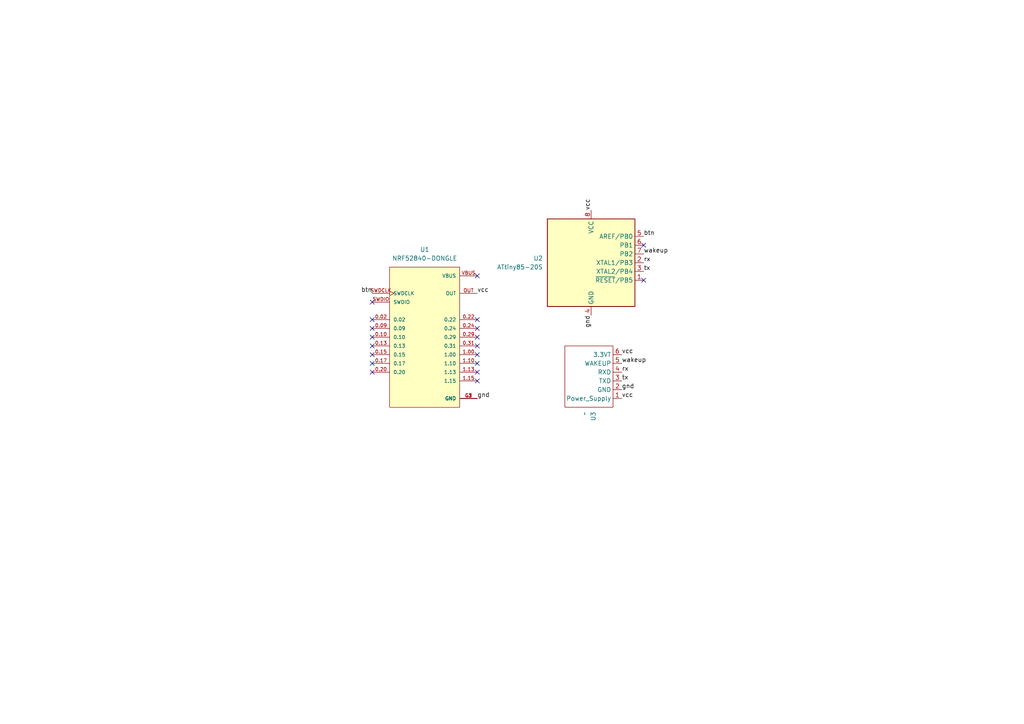
<source format=kicad_sch>
(kicad_sch
	(version 20250114)
	(generator "eeschema")
	(generator_version "9.0")
	(uuid "c6db3f86-a97c-45d4-9888-4874518e0c7d")
	(paper "A4")
	(lib_symbols
		(symbol "MCU_Microchip_ATtiny:ATtiny85-20S"
			(exclude_from_sim no)
			(in_bom yes)
			(on_board yes)
			(property "Reference" "U"
				(at -12.7 13.97 0)
				(effects
					(font
						(size 1.27 1.27)
					)
					(justify left bottom)
				)
			)
			(property "Value" "ATtiny85-20S"
				(at 2.54 -13.97 0)
				(effects
					(font
						(size 1.27 1.27)
					)
					(justify left top)
				)
			)
			(property "Footprint" "Package_SO:SOIC-8_5.3x5.3mm_P1.27mm"
				(at 0 0 0)
				(effects
					(font
						(size 1.27 1.27)
						(italic yes)
					)
					(hide yes)
				)
			)
			(property "Datasheet" "http://ww1.microchip.com/downloads/en/DeviceDoc/atmel-2586-avr-8-bit-microcontroller-attiny25-attiny45-attiny85_datasheet.pdf"
				(at 0 0 0)
				(effects
					(font
						(size 1.27 1.27)
					)
					(hide yes)
				)
			)
			(property "Description" "20MHz, 8kB Flash, 512B SRAM, 512B EEPROM, debugWIRE, SOIC-8"
				(at 0 0 0)
				(effects
					(font
						(size 1.27 1.27)
					)
					(hide yes)
				)
			)
			(property "ki_keywords" "AVR 8bit Microcontroller tinyAVR"
				(at 0 0 0)
				(effects
					(font
						(size 1.27 1.27)
					)
					(hide yes)
				)
			)
			(property "ki_fp_filters" "*SOIC*5.3x5.3mm*P1.27mm*"
				(at 0 0 0)
				(effects
					(font
						(size 1.27 1.27)
					)
					(hide yes)
				)
			)
			(symbol "ATtiny85-20S_0_1"
				(rectangle
					(start -12.7 -12.7)
					(end 12.7 12.7)
					(stroke
						(width 0.254)
						(type default)
					)
					(fill
						(type background)
					)
				)
			)
			(symbol "ATtiny85-20S_1_1"
				(pin power_in line
					(at 0 15.24 270)
					(length 2.54)
					(name "VCC"
						(effects
							(font
								(size 1.27 1.27)
							)
						)
					)
					(number "8"
						(effects
							(font
								(size 1.27 1.27)
							)
						)
					)
				)
				(pin power_in line
					(at 0 -15.24 90)
					(length 2.54)
					(name "GND"
						(effects
							(font
								(size 1.27 1.27)
							)
						)
					)
					(number "4"
						(effects
							(font
								(size 1.27 1.27)
							)
						)
					)
				)
				(pin bidirectional line
					(at 15.24 7.62 180)
					(length 2.54)
					(name "AREF/PB0"
						(effects
							(font
								(size 1.27 1.27)
							)
						)
					)
					(number "5"
						(effects
							(font
								(size 1.27 1.27)
							)
						)
					)
				)
				(pin bidirectional line
					(at 15.24 5.08 180)
					(length 2.54)
					(name "PB1"
						(effects
							(font
								(size 1.27 1.27)
							)
						)
					)
					(number "6"
						(effects
							(font
								(size 1.27 1.27)
							)
						)
					)
				)
				(pin bidirectional line
					(at 15.24 2.54 180)
					(length 2.54)
					(name "PB2"
						(effects
							(font
								(size 1.27 1.27)
							)
						)
					)
					(number "7"
						(effects
							(font
								(size 1.27 1.27)
							)
						)
					)
				)
				(pin bidirectional line
					(at 15.24 0 180)
					(length 2.54)
					(name "XTAL1/PB3"
						(effects
							(font
								(size 1.27 1.27)
							)
						)
					)
					(number "2"
						(effects
							(font
								(size 1.27 1.27)
							)
						)
					)
				)
				(pin bidirectional line
					(at 15.24 -2.54 180)
					(length 2.54)
					(name "XTAL2/PB4"
						(effects
							(font
								(size 1.27 1.27)
							)
						)
					)
					(number "3"
						(effects
							(font
								(size 1.27 1.27)
							)
						)
					)
				)
				(pin bidirectional line
					(at 15.24 -5.08 180)
					(length 2.54)
					(name "~{RESET}/PB5"
						(effects
							(font
								(size 1.27 1.27)
							)
						)
					)
					(number "1"
						(effects
							(font
								(size 1.27 1.27)
							)
						)
					)
				)
			)
			(embedded_fonts no)
		)
		(symbol "NRF52840-DONGLE:NRF52840-DONGLE"
			(pin_names
				(offset 1.016)
			)
			(exclude_from_sim no)
			(in_bom yes)
			(on_board yes)
			(property "Reference" "U"
				(at -10.16 21.082 0)
				(effects
					(font
						(size 1.27 1.27)
					)
					(justify left bottom)
				)
			)
			(property "Value" "NRF52840-DONGLE"
				(at -10.16 -22.86 0)
				(effects
					(font
						(size 1.27 1.27)
					)
					(justify left bottom)
				)
			)
			(property "Footprint" "NRF52840-DONGLE:MODULE_NRF52840-DONGLE"
				(at 0 0 0)
				(effects
					(font
						(size 1.27 1.27)
					)
					(justify bottom)
					(hide yes)
				)
			)
			(property "Datasheet" ""
				(at 0 0 0)
				(effects
					(font
						(size 1.27 1.27)
					)
					(hide yes)
				)
			)
			(property "Description" ""
				(at 0 0 0)
				(effects
					(font
						(size 1.27 1.27)
					)
					(hide yes)
				)
			)
			(property "MF" "Nordic Semiconductor"
				(at 0 0 0)
				(effects
					(font
						(size 1.27 1.27)
					)
					(justify bottom)
					(hide yes)
				)
			)
			(property "MAXIMUM_PACKAGE_HEIGHT" "N/A"
				(at 0 0 0)
				(effects
					(font
						(size 1.27 1.27)
					)
					(justify bottom)
					(hide yes)
				)
			)
			(property "Package" "None"
				(at 0 0 0)
				(effects
					(font
						(size 1.27 1.27)
					)
					(justify bottom)
					(hide yes)
				)
			)
			(property "Price" "None"
				(at 0 0 0)
				(effects
					(font
						(size 1.27 1.27)
					)
					(justify bottom)
					(hide yes)
				)
			)
			(property "Check_prices" "https://www.snapeda.com/parts/NRF52840-DONGLE/Nordic+Power/view-part/?ref=eda"
				(at 0 0 0)
				(effects
					(font
						(size 1.27 1.27)
					)
					(justify bottom)
					(hide yes)
				)
			)
			(property "STANDARD" "Manufacturer Recommendations"
				(at 0 0 0)
				(effects
					(font
						(size 1.27 1.27)
					)
					(justify bottom)
					(hide yes)
				)
			)
			(property "PARTREV" "1.1"
				(at 0 0 0)
				(effects
					(font
						(size 1.27 1.27)
					)
					(justify bottom)
					(hide yes)
				)
			)
			(property "SnapEDA_Link" "https://www.snapeda.com/parts/NRF52840-DONGLE/Nordic+Power/view-part/?ref=snap"
				(at 0 0 0)
				(effects
					(font
						(size 1.27 1.27)
					)
					(justify bottom)
					(hide yes)
				)
			)
			(property "MP" "NRF52840-DONGLE"
				(at 0 0 0)
				(effects
					(font
						(size 1.27 1.27)
					)
					(justify bottom)
					(hide yes)
				)
			)
			(property "Description_1" "nRF52840 - Transceiver; 802.15.4 (Thread, Zigbee®), ANT, Bluetooth® 5.x (BLE) 2.4GHz Evaluation Board"
				(at 0 0 0)
				(effects
					(font
						(size 1.27 1.27)
					)
					(justify bottom)
					(hide yes)
				)
			)
			(property "Availability" "In Stock"
				(at 0 0 0)
				(effects
					(font
						(size 1.27 1.27)
					)
					(justify bottom)
					(hide yes)
				)
			)
			(property "MANUFACTURER" "Nordic semiconductor"
				(at 0 0 0)
				(effects
					(font
						(size 1.27 1.27)
					)
					(justify bottom)
					(hide yes)
				)
			)
			(symbol "NRF52840-DONGLE_0_0"
				(rectangle
					(start -10.16 -20.32)
					(end 10.16 20.32)
					(stroke
						(width 0.1524)
						(type default)
					)
					(fill
						(type background)
					)
				)
				(pin input clock
					(at -15.24 12.7 0)
					(length 5.08)
					(name "SWDCLK"
						(effects
							(font
								(size 1.016 1.016)
							)
						)
					)
					(number "SWDCLK"
						(effects
							(font
								(size 1.016 1.016)
							)
						)
					)
				)
				(pin bidirectional line
					(at -15.24 10.16 0)
					(length 5.08)
					(name "SWDIO"
						(effects
							(font
								(size 1.016 1.016)
							)
						)
					)
					(number "SWDIO"
						(effects
							(font
								(size 1.016 1.016)
							)
						)
					)
				)
				(pin bidirectional line
					(at -15.24 5.08 0)
					(length 5.08)
					(name "0.02"
						(effects
							(font
								(size 1.016 1.016)
							)
						)
					)
					(number "0.02"
						(effects
							(font
								(size 1.016 1.016)
							)
						)
					)
				)
				(pin bidirectional line
					(at -15.24 2.54 0)
					(length 5.08)
					(name "0.09"
						(effects
							(font
								(size 1.016 1.016)
							)
						)
					)
					(number "0.09"
						(effects
							(font
								(size 1.016 1.016)
							)
						)
					)
				)
				(pin bidirectional line
					(at -15.24 0 0)
					(length 5.08)
					(name "0.10"
						(effects
							(font
								(size 1.016 1.016)
							)
						)
					)
					(number "0.10"
						(effects
							(font
								(size 1.016 1.016)
							)
						)
					)
				)
				(pin bidirectional line
					(at -15.24 -2.54 0)
					(length 5.08)
					(name "0.13"
						(effects
							(font
								(size 1.016 1.016)
							)
						)
					)
					(number "0.13"
						(effects
							(font
								(size 1.016 1.016)
							)
						)
					)
				)
				(pin bidirectional line
					(at -15.24 -5.08 0)
					(length 5.08)
					(name "0.15"
						(effects
							(font
								(size 1.016 1.016)
							)
						)
					)
					(number "0.15"
						(effects
							(font
								(size 1.016 1.016)
							)
						)
					)
				)
				(pin bidirectional line
					(at -15.24 -7.62 0)
					(length 5.08)
					(name "0.17"
						(effects
							(font
								(size 1.016 1.016)
							)
						)
					)
					(number "0.17"
						(effects
							(font
								(size 1.016 1.016)
							)
						)
					)
				)
				(pin bidirectional line
					(at -15.24 -10.16 0)
					(length 5.08)
					(name "0.20"
						(effects
							(font
								(size 1.016 1.016)
							)
						)
					)
					(number "0.20"
						(effects
							(font
								(size 1.016 1.016)
							)
						)
					)
				)
				(pin output line
					(at 15.24 12.7 180)
					(length 5.08)
					(name "OUT"
						(effects
							(font
								(size 1.016 1.016)
							)
						)
					)
					(number "OUT"
						(effects
							(font
								(size 1.016 1.016)
							)
						)
					)
				)
				(pin bidirectional line
					(at 15.24 5.08 180)
					(length 5.08)
					(name "0.22"
						(effects
							(font
								(size 1.016 1.016)
							)
						)
					)
					(number "0.22"
						(effects
							(font
								(size 1.016 1.016)
							)
						)
					)
				)
				(pin bidirectional line
					(at 15.24 2.54 180)
					(length 5.08)
					(name "0.24"
						(effects
							(font
								(size 1.016 1.016)
							)
						)
					)
					(number "0.24"
						(effects
							(font
								(size 1.016 1.016)
							)
						)
					)
				)
				(pin bidirectional line
					(at 15.24 0 180)
					(length 5.08)
					(name "0.29"
						(effects
							(font
								(size 1.016 1.016)
							)
						)
					)
					(number "0.29"
						(effects
							(font
								(size 1.016 1.016)
							)
						)
					)
				)
				(pin bidirectional line
					(at 15.24 -2.54 180)
					(length 5.08)
					(name "0.31"
						(effects
							(font
								(size 1.016 1.016)
							)
						)
					)
					(number "0.31"
						(effects
							(font
								(size 1.016 1.016)
							)
						)
					)
				)
				(pin bidirectional line
					(at 15.24 -5.08 180)
					(length 5.08)
					(name "1.00"
						(effects
							(font
								(size 1.016 1.016)
							)
						)
					)
					(number "1.00"
						(effects
							(font
								(size 1.016 1.016)
							)
						)
					)
				)
				(pin bidirectional line
					(at 15.24 -7.62 180)
					(length 5.08)
					(name "1.10"
						(effects
							(font
								(size 1.016 1.016)
							)
						)
					)
					(number "1.10"
						(effects
							(font
								(size 1.016 1.016)
							)
						)
					)
				)
				(pin bidirectional line
					(at 15.24 -10.16 180)
					(length 5.08)
					(name "1.13"
						(effects
							(font
								(size 1.016 1.016)
							)
						)
					)
					(number "1.13"
						(effects
							(font
								(size 1.016 1.016)
							)
						)
					)
				)
				(pin bidirectional line
					(at 15.24 -12.7 180)
					(length 5.08)
					(name "1.15"
						(effects
							(font
								(size 1.016 1.016)
							)
						)
					)
					(number "1.15"
						(effects
							(font
								(size 1.016 1.016)
							)
						)
					)
				)
				(pin power_in line
					(at 15.24 -17.78 180)
					(length 5.08)
					(name "GND"
						(effects
							(font
								(size 1.016 1.016)
							)
						)
					)
					(number "G1"
						(effects
							(font
								(size 1.016 1.016)
							)
						)
					)
				)
				(pin power_in line
					(at 15.24 -17.78 180)
					(length 5.08)
					(name "GND"
						(effects
							(font
								(size 1.016 1.016)
							)
						)
					)
					(number "G2"
						(effects
							(font
								(size 1.016 1.016)
							)
						)
					)
				)
				(pin power_in line
					(at 15.24 -17.78 180)
					(length 5.08)
					(name "GND"
						(effects
							(font
								(size 1.016 1.016)
							)
						)
					)
					(number "G3"
						(effects
							(font
								(size 1.016 1.016)
							)
						)
					)
				)
			)
			(symbol "NRF52840-DONGLE_1_0"
				(pin power_out line
					(at 15.24 17.78 180)
					(length 5.08)
					(name "VBUS"
						(effects
							(font
								(size 1.016 1.016)
							)
						)
					)
					(number "VBUS"
						(effects
							(font
								(size 1.016 1.016)
							)
						)
					)
				)
			)
			(embedded_fonts no)
		)
		(symbol "PHR-2:R503-5V"
			(exclude_from_sim no)
			(in_bom yes)
			(on_board yes)
			(property "Reference" "U"
				(at 3.81 2.54 0)
				(effects
					(font
						(size 1.27 1.27)
					)
				)
			)
			(property "Value" ""
				(at 0 0 0)
				(effects
					(font
						(size 1.27 1.27)
					)
				)
			)
			(property "Footprint" "Connector_JST:JST_SHL_SM06B-SHLS-TF_1x06-1MP_P1.00mm_Horizontal"
				(at 0 0 0)
				(effects
					(font
						(size 1.27 1.27)
					)
					(hide yes)
				)
			)
			(property "Datasheet" ""
				(at 0 0 0)
				(effects
					(font
						(size 1.27 1.27)
					)
					(hide yes)
				)
			)
			(property "Description" ""
				(at 0 0 0)
				(effects
					(font
						(size 1.27 1.27)
					)
					(hide yes)
				)
			)
			(symbol "R503-5V_0_1"
				(rectangle
					(start -8.89 0)
					(end 8.89 -13.97)
					(stroke
						(width 0)
						(type default)
					)
					(fill
						(type none)
					)
				)
			)
			(symbol "R503-5V_1_1"
				(pin input line
					(at -6.35 2.54 270)
					(length 2.54)
					(name "3.3VT"
						(effects
							(font
								(size 1.27 1.27)
							)
						)
					)
					(number "6"
						(effects
							(font
								(size 1.27 1.27)
							)
						)
					)
				)
				(pin output line
					(at -3.81 2.54 270)
					(length 2.54)
					(name "WAKEUP"
						(effects
							(font
								(size 1.27 1.27)
							)
						)
					)
					(number "5"
						(effects
							(font
								(size 1.27 1.27)
							)
						)
					)
				)
				(pin input line
					(at -1.27 2.54 270)
					(length 2.54)
					(name "RXD"
						(effects
							(font
								(size 1.27 1.27)
							)
						)
					)
					(number "4"
						(effects
							(font
								(size 1.27 1.27)
							)
						)
					)
				)
				(pin output line
					(at 1.27 2.54 270)
					(length 2.54)
					(name "TXD"
						(effects
							(font
								(size 1.27 1.27)
							)
						)
					)
					(number "3"
						(effects
							(font
								(size 1.27 1.27)
							)
						)
					)
				)
				(pin power_in line
					(at 3.81 2.54 270)
					(length 2.54)
					(name "GND"
						(effects
							(font
								(size 1.27 1.27)
							)
						)
					)
					(number "2"
						(effects
							(font
								(size 1.27 1.27)
							)
						)
					)
				)
				(pin power_in line
					(at 6.35 2.54 270)
					(length 2.54)
					(name "Power_Supply"
						(effects
							(font
								(size 1.27 1.27)
							)
						)
					)
					(number "1"
						(effects
							(font
								(size 1.27 1.27)
							)
						)
					)
				)
			)
			(embedded_fonts no)
		)
	)
	(no_connect
		(at 138.43 92.71)
		(uuid "080dd4b5-ced4-4d60-8b87-025313dccc32")
	)
	(no_connect
		(at 138.43 97.79)
		(uuid "369c16fd-bb8d-4281-bfc4-684f2ebe7fb9")
	)
	(no_connect
		(at 107.95 100.33)
		(uuid "43bebd55-e2a4-4b38-bc85-793f79043b66")
	)
	(no_connect
		(at 138.43 107.95)
		(uuid "4829733b-8b83-4eb5-91e1-c9e43bad035f")
	)
	(no_connect
		(at 138.43 102.87)
		(uuid "51c66873-4235-4602-b39e-4a3b9ef49e3a")
	)
	(no_connect
		(at 107.95 87.63)
		(uuid "5fb45e34-9efb-4bfd-aff9-22d8a3c8d33b")
	)
	(no_connect
		(at 107.95 95.25)
		(uuid "700f62a7-6cb5-49df-b5b0-da7afa0e7a2a")
	)
	(no_connect
		(at 107.95 92.71)
		(uuid "837804ad-a925-4180-abcb-bef0e8407036")
	)
	(no_connect
		(at 107.95 102.87)
		(uuid "8b8c0900-f164-4718-89a5-1e849741c4f6")
	)
	(no_connect
		(at 138.43 100.33)
		(uuid "9e0fc655-02ba-47e9-a743-171671c3da94")
	)
	(no_connect
		(at 138.43 105.41)
		(uuid "a8774a6e-1e50-45ec-8d2f-7c3e578d529b")
	)
	(no_connect
		(at 186.69 81.28)
		(uuid "af2fc2a0-e35b-4370-8874-0e811e781c6b")
	)
	(no_connect
		(at 107.95 107.95)
		(uuid "b6da6fe6-4981-489a-987d-59007a4c6b5a")
	)
	(no_connect
		(at 138.43 110.49)
		(uuid "c89a218c-3ace-483e-8a88-5c4586304fbc")
	)
	(no_connect
		(at 107.95 105.41)
		(uuid "d8d7473f-2e7a-4dd0-a519-e68021e11d12")
	)
	(no_connect
		(at 107.95 97.79)
		(uuid "e6dc39f7-4784-4154-a5d2-711543565264")
	)
	(no_connect
		(at 138.43 80.01)
		(uuid "ebfe017c-1832-43e0-af65-3b1688c5c9f4")
	)
	(no_connect
		(at 186.69 71.12)
		(uuid "ee1a8163-0931-4765-a8f5-4eb123d5ef5d")
	)
	(no_connect
		(at 138.43 95.25)
		(uuid "f46d9e41-77d2-42e1-bb36-7528c822af83")
	)
	(label "wakeup"
		(at 180.34 105.41 0)
		(effects
			(font
				(size 1.27 1.27)
			)
			(justify left bottom)
		)
		(uuid "04a0ee5f-c9e9-49ea-8805-4240d207456f")
	)
	(label "vcc"
		(at 180.34 115.57 0)
		(effects
			(font
				(size 1.27 1.27)
			)
			(justify left bottom)
		)
		(uuid "1b375588-c775-4cdb-be51-6f04e4283ba1")
	)
	(label "wakeup"
		(at 186.69 73.66 0)
		(effects
			(font
				(size 1.27 1.27)
			)
			(justify left bottom)
		)
		(uuid "1d281ce6-d043-40f5-8db6-5cfdf2d3cde2")
	)
	(label "gnd"
		(at 138.43 115.57 0)
		(effects
			(font
				(size 1.27 1.27)
			)
			(justify left bottom)
		)
		(uuid "1dde1295-94f9-48dc-b861-a214dc576bca")
	)
	(label "tx"
		(at 186.69 78.74 0)
		(effects
			(font
				(size 1.27 1.27)
			)
			(justify left bottom)
		)
		(uuid "24108f6a-8ab9-4d62-9c02-42e905cd6e4f")
	)
	(label "btn"
		(at 186.69 68.58 0)
		(effects
			(font
				(size 1.27 1.27)
			)
			(justify left bottom)
		)
		(uuid "263698ac-9b34-4cca-a86d-8f6c657144a7")
	)
	(label "gnd"
		(at 180.34 113.03 0)
		(effects
			(font
				(size 1.27 1.27)
			)
			(justify left bottom)
		)
		(uuid "4b5dd48b-d197-4b9b-8474-56f385280962")
	)
	(label "btn"
		(at 107.95 85.09 180)
		(effects
			(font
				(size 1.27 1.27)
			)
			(justify right bottom)
		)
		(uuid "4e26dd38-e2e9-48e1-a85b-545835ac4750")
	)
	(label "rx"
		(at 180.34 107.95 0)
		(effects
			(font
				(size 1.27 1.27)
			)
			(justify left bottom)
		)
		(uuid "5b985e6a-760e-4cb3-8dae-6fb3a955deb7")
	)
	(label "rx"
		(at 186.69 76.2 0)
		(effects
			(font
				(size 1.27 1.27)
			)
			(justify left bottom)
		)
		(uuid "64f2d3b5-a593-428b-979b-fd572e9fa5b4")
	)
	(label "tx"
		(at 180.34 110.49 0)
		(effects
			(font
				(size 1.27 1.27)
			)
			(justify left bottom)
		)
		(uuid "70c507cb-9fce-43d1-b0d7-b7c639879950")
	)
	(label "vcc"
		(at 180.34 102.87 0)
		(effects
			(font
				(size 1.27 1.27)
			)
			(justify left bottom)
		)
		(uuid "9a215d54-c3a9-4f00-b75e-7e9eb805e4e2")
	)
	(label "gnd"
		(at 171.45 91.44 270)
		(effects
			(font
				(size 1.27 1.27)
			)
			(justify right bottom)
		)
		(uuid "aeaee2c5-b563-4802-bb28-8c8f7d927216")
	)
	(label "vcc"
		(at 171.45 60.96 90)
		(effects
			(font
				(size 1.27 1.27)
			)
			(justify left bottom)
		)
		(uuid "b912d23e-d380-42be-9f0e-0089d9c8b00e")
	)
	(label "vcc"
		(at 138.43 85.09 0)
		(effects
			(font
				(size 1.27 1.27)
			)
			(justify left bottom)
		)
		(uuid "fe53d03c-4c02-48c2-a40f-d066d3ccd281")
	)
	(symbol
		(lib_id "NRF52840-DONGLE:NRF52840-DONGLE")
		(at 123.19 97.79 0)
		(unit 1)
		(exclude_from_sim no)
		(in_bom yes)
		(on_board yes)
		(dnp no)
		(fields_autoplaced yes)
		(uuid "916cdb51-b6e2-4d87-9bfc-84bd9c83890a")
		(property "Reference" "U1"
			(at 123.19 72.39 0)
			(effects
				(font
					(size 1.27 1.27)
				)
			)
		)
		(property "Value" "NRF52840-DONGLE"
			(at 123.19 74.93 0)
			(effects
				(font
					(size 1.27 1.27)
				)
			)
		)
		(property "Footprint" "NRF52840-DONGLE:MODULE_NRF52840-DONGLE"
			(at 123.19 97.79 0)
			(effects
				(font
					(size 1.27 1.27)
				)
				(justify bottom)
				(hide yes)
			)
		)
		(property "Datasheet" ""
			(at 123.19 97.79 0)
			(effects
				(font
					(size 1.27 1.27)
				)
				(hide yes)
			)
		)
		(property "Description" ""
			(at 123.19 97.79 0)
			(effects
				(font
					(size 1.27 1.27)
				)
				(hide yes)
			)
		)
		(property "MF" "Nordic Semiconductor"
			(at 123.19 97.79 0)
			(effects
				(font
					(size 1.27 1.27)
				)
				(justify bottom)
				(hide yes)
			)
		)
		(property "MAXIMUM_PACKAGE_HEIGHT" "N/A"
			(at 123.19 97.79 0)
			(effects
				(font
					(size 1.27 1.27)
				)
				(justify bottom)
				(hide yes)
			)
		)
		(property "Package" "None"
			(at 123.19 97.79 0)
			(effects
				(font
					(size 1.27 1.27)
				)
				(justify bottom)
				(hide yes)
			)
		)
		(property "Price" "None"
			(at 123.19 97.79 0)
			(effects
				(font
					(size 1.27 1.27)
				)
				(justify bottom)
				(hide yes)
			)
		)
		(property "Check_prices" "https://www.snapeda.com/parts/NRF52840-DONGLE/Nordic+Power/view-part/?ref=eda"
			(at 123.19 97.79 0)
			(effects
				(font
					(size 1.27 1.27)
				)
				(justify bottom)
				(hide yes)
			)
		)
		(property "STANDARD" "Manufacturer Recommendations"
			(at 123.19 97.79 0)
			(effects
				(font
					(size 1.27 1.27)
				)
				(justify bottom)
				(hide yes)
			)
		)
		(property "PARTREV" "1.1"
			(at 123.19 97.79 0)
			(effects
				(font
					(size 1.27 1.27)
				)
				(justify bottom)
				(hide yes)
			)
		)
		(property "SnapEDA_Link" "https://www.snapeda.com/parts/NRF52840-DONGLE/Nordic+Power/view-part/?ref=snap"
			(at 123.19 97.79 0)
			(effects
				(font
					(size 1.27 1.27)
				)
				(justify bottom)
				(hide yes)
			)
		)
		(property "MP" "NRF52840-DONGLE"
			(at 123.19 97.79 0)
			(effects
				(font
					(size 1.27 1.27)
				)
				(justify bottom)
				(hide yes)
			)
		)
		(property "Description_1" "nRF52840 - Transceiver; 802.15.4 (Thread, Zigbee®), ANT, Bluetooth® 5.x (BLE) 2.4GHz Evaluation Board"
			(at 123.19 97.79 0)
			(effects
				(font
					(size 1.27 1.27)
				)
				(justify bottom)
				(hide yes)
			)
		)
		(property "Availability" "In Stock"
			(at 123.19 97.79 0)
			(effects
				(font
					(size 1.27 1.27)
				)
				(justify bottom)
				(hide yes)
			)
		)
		(property "MANUFACTURER" "Nordic semiconductor"
			(at 123.19 97.79 0)
			(effects
				(font
					(size 1.27 1.27)
				)
				(justify bottom)
				(hide yes)
			)
		)
		(pin "0.20"
			(uuid "c8278d7b-6858-4298-981a-6fb7d43a93c6")
		)
		(pin "VBUS"
			(uuid "b1f81999-fdc5-4c9b-bb2e-8c52cd4bd9ac")
		)
		(pin "SWDCLK"
			(uuid "4e441dc2-efa3-4e32-84ac-0028bc0c93cb")
		)
		(pin "SWDIO"
			(uuid "820cd2d1-3fc3-4a2a-9e6c-0da4d9e19f13")
		)
		(pin "0.10"
			(uuid "d8730a1d-c3e5-4240-adbe-fe32f0b26878")
		)
		(pin "0.15"
			(uuid "e02ba8c5-01df-45a5-9f4b-cdeafdb7bc6a")
		)
		(pin "0.02"
			(uuid "679ee2cc-e39e-4aaf-8598-c1393efd1ce8")
		)
		(pin "0.09"
			(uuid "606b110a-1b96-49a0-802f-9e051980a9e7")
		)
		(pin "0.13"
			(uuid "1eb08c58-caae-4c06-ae12-01a2441a5bfb")
		)
		(pin "0.17"
			(uuid "7e8ed98f-429f-4d23-ad13-95d325764105")
		)
		(pin "0.22"
			(uuid "9d9fec3d-e5d5-4058-b704-d242b14c09a9")
		)
		(pin "1.00"
			(uuid "903ac10e-bb8d-42fc-944f-76b387a8e0ab")
		)
		(pin "0.31"
			(uuid "05dfd9f1-3496-4810-83d9-dd9d114d389b")
		)
		(pin "1.10"
			(uuid "eedcba7a-9989-4354-8cfe-94cf6acb848f")
		)
		(pin "1.13"
			(uuid "a5c86308-19a3-4d2f-9543-27599b665dfc")
		)
		(pin "0.24"
			(uuid "99ef7b89-c0d6-41f0-bb9b-c58906837764")
		)
		(pin "0.29"
			(uuid "1228940a-59d1-4622-852e-94fb415faffa")
		)
		(pin "OUT"
			(uuid "924dbfda-15ed-4254-a29c-1bc1a682b485")
		)
		(pin "G2"
			(uuid "11b0ae4a-1a2c-44f4-85e2-21c4d66c2603")
		)
		(pin "G3"
			(uuid "54f5aebf-fb2c-47f0-aa6b-947f177c64c3")
		)
		(pin "1.15"
			(uuid "cee0285b-cc12-4585-bbe0-ed0811c5ab66")
		)
		(pin "G1"
			(uuid "e15589d0-9337-4f09-bd91-7d796aff076f")
		)
		(instances
			(project ""
				(path "/c6db3f86-a97c-45d4-9888-4874518e0c7d"
					(reference "U1")
					(unit 1)
				)
			)
		)
	)
	(symbol
		(lib_id "MCU_Microchip_ATtiny:ATtiny85-20S")
		(at 171.45 76.2 0)
		(unit 1)
		(exclude_from_sim no)
		(in_bom yes)
		(on_board yes)
		(dnp no)
		(fields_autoplaced yes)
		(uuid "9d5101fd-29c1-4d4a-90ee-1fae0003d5f3")
		(property "Reference" "U2"
			(at 157.48 74.9299 0)
			(effects
				(font
					(size 1.27 1.27)
				)
				(justify right)
			)
		)
		(property "Value" "ATtiny85-20S"
			(at 157.48 77.4699 0)
			(effects
				(font
					(size 1.27 1.27)
				)
				(justify right)
			)
		)
		(property "Footprint" "Package_SO:SOIC-8_5.3x5.3mm_P1.27mm"
			(at 171.45 76.2 0)
			(effects
				(font
					(size 1.27 1.27)
					(italic yes)
				)
				(hide yes)
			)
		)
		(property "Datasheet" "http://ww1.microchip.com/downloads/en/DeviceDoc/atmel-2586-avr-8-bit-microcontroller-attiny25-attiny45-attiny85_datasheet.pdf"
			(at 171.45 76.2 0)
			(effects
				(font
					(size 1.27 1.27)
				)
				(hide yes)
			)
		)
		(property "Description" "20MHz, 8kB Flash, 512B SRAM, 512B EEPROM, debugWIRE, SOIC-8"
			(at 171.45 76.2 0)
			(effects
				(font
					(size 1.27 1.27)
				)
				(hide yes)
			)
		)
		(pin "2"
			(uuid "465d7013-669a-4067-880d-face4e8f5d4d")
		)
		(pin "8"
			(uuid "305afa9f-810d-4113-8dbd-33461e36ae9d")
		)
		(pin "4"
			(uuid "c004e1df-d698-4639-8bc7-8d85dab97b9a")
		)
		(pin "5"
			(uuid "75c119e8-36f2-46e0-b96d-b4cc58a79c86")
		)
		(pin "6"
			(uuid "edf8b324-a7b2-4365-bd72-5a274fa02fb3")
		)
		(pin "7"
			(uuid "99a1e70e-16e8-4512-a493-c419d58a991b")
		)
		(pin "3"
			(uuid "4e7714d2-1dd1-4b5d-8d37-31b568fa4074")
		)
		(pin "1"
			(uuid "e818f594-c700-4490-b98f-98664a9d301c")
		)
		(instances
			(project ""
				(path "/c6db3f86-a97c-45d4-9888-4874518e0c7d"
					(reference "U2")
					(unit 1)
				)
			)
		)
	)
	(symbol
		(lib_id "PHR-2:R503-5V")
		(at 177.8 109.22 270)
		(unit 1)
		(exclude_from_sim no)
		(in_bom yes)
		(on_board yes)
		(dnp no)
		(fields_autoplaced yes)
		(uuid "d7995915-3ae6-41dc-a0e0-a9efb235c807")
		(property "Reference" "U3"
			(at 172.0851 119.38 0)
			(effects
				(font
					(size 1.27 1.27)
				)
				(justify left)
			)
		)
		(property "Value" "~"
			(at 169.5451 119.38 0)
			(effects
				(font
					(size 1.27 1.27)
				)
				(justify left)
			)
		)
		(property "Footprint" "Connector_JST:JST_SH_SM06B-SRSS-TB_1x06-1MP_P1.00mm_Horizontal"
			(at 177.8 109.22 0)
			(effects
				(font
					(size 1.27 1.27)
				)
				(hide yes)
			)
		)
		(property "Datasheet" ""
			(at 177.8 109.22 0)
			(effects
				(font
					(size 1.27 1.27)
				)
				(hide yes)
			)
		)
		(property "Description" ""
			(at 177.8 109.22 0)
			(effects
				(font
					(size 1.27 1.27)
				)
				(hide yes)
			)
		)
		(pin "5"
			(uuid "e2f1457c-b4d5-4acf-bb44-298e5c88ea4b")
		)
		(pin "6"
			(uuid "c0456236-7a28-412d-9393-60512e639cb5")
		)
		(pin "3"
			(uuid "41892e8e-b924-43af-857e-560980411454")
		)
		(pin "4"
			(uuid "0dd56493-fa42-4d6c-b1b4-e8222813859a")
		)
		(pin "1"
			(uuid "ca247254-898d-4601-8ffe-c73561ed007f")
		)
		(pin "2"
			(uuid "182de572-a496-41e7-8b0c-8f3696798bee")
		)
		(instances
			(project ""
				(path "/c6db3f86-a97c-45d4-9888-4874518e0c7d"
					(reference "U3")
					(unit 1)
				)
			)
		)
	)
	(sheet_instances
		(path "/"
			(page "1")
		)
	)
	(embedded_fonts no)
)

</source>
